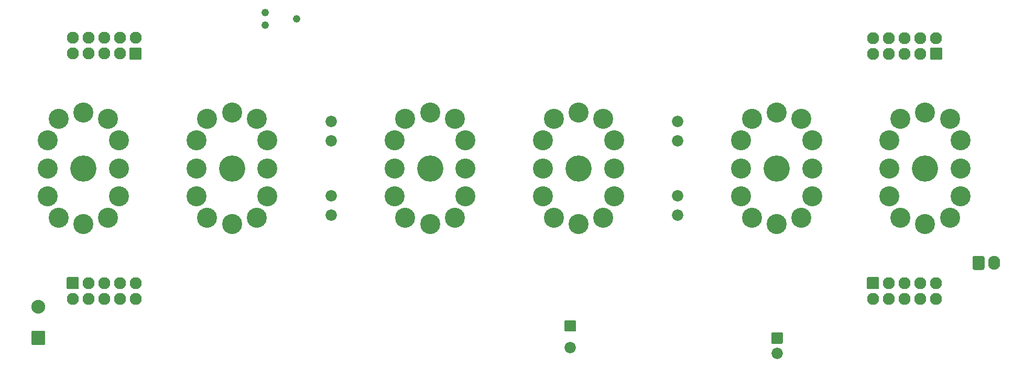
<source format=gbr>
G04 #@! TF.GenerationSoftware,KiCad,Pcbnew,(5.1.7)-1*
G04 #@! TF.CreationDate,2020-11-21T17:16:52+01:00*
G04 #@! TF.ProjectId,nixie_clock,6e697869-655f-4636-9c6f-636b2e6b6963,100A*
G04 #@! TF.SameCoordinates,Original*
G04 #@! TF.FileFunction,Soldermask,Top*
G04 #@! TF.FilePolarity,Negative*
%FSLAX46Y46*%
G04 Gerber Fmt 4.6, Leading zero omitted, Abs format (unit mm)*
G04 Created by KiCad (PCBNEW (5.1.7)-1) date 2020-11-21 17:16:52*
%MOMM*%
%LPD*%
G01*
G04 APERTURE LIST*
%ADD10C,2.240000*%
%ADD11O,1.940000X2.240000*%
%ADD12C,4.240000*%
%ADD13C,3.240000*%
%ADD14O,1.940000X1.940000*%
%ADD15C,1.230600*%
%ADD16C,1.840000*%
G04 APERTURE END LIST*
D10*
X85700000Y-82420000D03*
G36*
G01*
X86700000Y-88540000D02*
X84700000Y-88540000D01*
G75*
G02*
X84580000Y-88420000I0J120000D01*
G01*
X84580000Y-86420000D01*
G75*
G02*
X84700000Y-86300000I120000J0D01*
G01*
X86700000Y-86300000D01*
G75*
G02*
X86820000Y-86420000I0J-120000D01*
G01*
X86820000Y-88420000D01*
G75*
G02*
X86700000Y-88540000I-120000J0D01*
G01*
G37*
G36*
G01*
X236630000Y-76134706D02*
X236630000Y-74465294D01*
G75*
G02*
X236915294Y-74180000I285294J0D01*
G01*
X238284706Y-74180000D01*
G75*
G02*
X238570000Y-74465294I0J-285294D01*
G01*
X238570000Y-76134706D01*
G75*
G02*
X238284706Y-76420000I-285294J0D01*
G01*
X236915294Y-76420000D01*
G75*
G02*
X236630000Y-76134706I0J285294D01*
G01*
G37*
D11*
X240100000Y-75300000D03*
D12*
X116990000Y-59990000D03*
D13*
X116990000Y-68990000D03*
X120990000Y-67990000D03*
X122740000Y-59990000D03*
X122740000Y-55490000D03*
X120990000Y-51990000D03*
X116990000Y-50990000D03*
X112990000Y-51990000D03*
X111240000Y-55490000D03*
X111240000Y-59990000D03*
X111240000Y-64490000D03*
X112990000Y-67990000D03*
X122740000Y-64490000D03*
D14*
X220580000Y-38910000D03*
X220580000Y-41450000D03*
X223120000Y-38910000D03*
X223120000Y-41450000D03*
X225660000Y-38910000D03*
X225660000Y-41450000D03*
X228200000Y-38910000D03*
X228200000Y-41450000D03*
X230740000Y-38910000D03*
G36*
G01*
X229890000Y-40480000D02*
X231590000Y-40480000D01*
G75*
G02*
X231710000Y-40600000I0J-120000D01*
G01*
X231710000Y-42300000D01*
G75*
G02*
X231590000Y-42420000I-120000J0D01*
G01*
X229890000Y-42420000D01*
G75*
G02*
X229770000Y-42300000I0J120000D01*
G01*
X229770000Y-40600000D01*
G75*
G02*
X229890000Y-40480000I120000J0D01*
G01*
G37*
D12*
X92990000Y-59990000D03*
D13*
X92990000Y-68990000D03*
X96990000Y-67990000D03*
X98740000Y-59990000D03*
X98740000Y-55490000D03*
X96990000Y-51990000D03*
X92990000Y-50990000D03*
X88990000Y-51990000D03*
X87240000Y-55490000D03*
X87240000Y-59990000D03*
X87240000Y-64490000D03*
X88990000Y-67990000D03*
X98740000Y-64490000D03*
D15*
X127440000Y-35800000D03*
X122360000Y-36816000D03*
X122360000Y-34784000D03*
D14*
X91280000Y-38900000D03*
X91280000Y-41440000D03*
X93820000Y-38900000D03*
X93820000Y-41440000D03*
X96360000Y-38900000D03*
X96360000Y-41440000D03*
X98900000Y-38900000D03*
X98900000Y-41440000D03*
X101440000Y-38900000D03*
G36*
G01*
X100590000Y-40470000D02*
X102290000Y-40470000D01*
G75*
G02*
X102410000Y-40590000I0J-120000D01*
G01*
X102410000Y-42290000D01*
G75*
G02*
X102290000Y-42410000I-120000J0D01*
G01*
X100590000Y-42410000D01*
G75*
G02*
X100470000Y-42290000I0J120000D01*
G01*
X100470000Y-40590000D01*
G75*
G02*
X100590000Y-40470000I120000J0D01*
G01*
G37*
D16*
X171660000Y-88980000D03*
G36*
G01*
X170860000Y-84560000D02*
X172460000Y-84560000D01*
G75*
G02*
X172580000Y-84680000I0J-120000D01*
G01*
X172580000Y-86280000D01*
G75*
G02*
X172460000Y-86400000I-120000J0D01*
G01*
X170860000Y-86400000D01*
G75*
G02*
X170740000Y-86280000I0J120000D01*
G01*
X170740000Y-84680000D01*
G75*
G02*
X170860000Y-84560000I120000J0D01*
G01*
G37*
X205050000Y-89950000D03*
G36*
G01*
X204250000Y-86530000D02*
X205850000Y-86530000D01*
G75*
G02*
X205970000Y-86650000I0J-120000D01*
G01*
X205970000Y-88250000D01*
G75*
G02*
X205850000Y-88370000I-120000J0D01*
G01*
X204250000Y-88370000D01*
G75*
G02*
X204130000Y-88250000I0J120000D01*
G01*
X204130000Y-86650000D01*
G75*
G02*
X204250000Y-86530000I120000J0D01*
G01*
G37*
D14*
X101440000Y-81080000D03*
X101440000Y-78540000D03*
X98900000Y-81080000D03*
X98900000Y-78540000D03*
X96360000Y-81080000D03*
X96360000Y-78540000D03*
X93820000Y-81080000D03*
X93820000Y-78540000D03*
X91280000Y-81080000D03*
G36*
G01*
X92130000Y-79510000D02*
X90430000Y-79510000D01*
G75*
G02*
X90310000Y-79390000I0J120000D01*
G01*
X90310000Y-77690000D01*
G75*
G02*
X90430000Y-77570000I120000J0D01*
G01*
X92130000Y-77570000D01*
G75*
G02*
X92250000Y-77690000I0J-120000D01*
G01*
X92250000Y-79390000D01*
G75*
G02*
X92130000Y-79510000I-120000J0D01*
G01*
G37*
X230730000Y-81090000D03*
X230730000Y-78550000D03*
X228190000Y-81090000D03*
X228190000Y-78550000D03*
X225650000Y-81090000D03*
X225650000Y-78550000D03*
X223110000Y-81090000D03*
X223110000Y-78550000D03*
X220570000Y-81090000D03*
G36*
G01*
X221420000Y-79520000D02*
X219720000Y-79520000D01*
G75*
G02*
X219600000Y-79400000I0J120000D01*
G01*
X219600000Y-77700000D01*
G75*
G02*
X219720000Y-77580000I120000J0D01*
G01*
X221420000Y-77580000D01*
G75*
G02*
X221540000Y-77700000I0J-120000D01*
G01*
X221540000Y-79400000D01*
G75*
G02*
X221420000Y-79520000I-120000J0D01*
G01*
G37*
D12*
X204990000Y-59990000D03*
D13*
X204990000Y-68990000D03*
X208990000Y-67990000D03*
X210740000Y-59990000D03*
X210740000Y-55490000D03*
X208990000Y-51990000D03*
X204990000Y-50990000D03*
X200990000Y-51990000D03*
X199240000Y-55490000D03*
X199240000Y-59990000D03*
X199240000Y-64490000D03*
X200990000Y-67990000D03*
X210740000Y-64490000D03*
D12*
X148990000Y-59990000D03*
D13*
X148990000Y-68990000D03*
X152990000Y-67990000D03*
X154740000Y-59990000D03*
X154740000Y-55490000D03*
X152990000Y-51990000D03*
X148990000Y-50990000D03*
X144990000Y-51990000D03*
X143240000Y-55490000D03*
X143240000Y-59990000D03*
X143240000Y-64490000D03*
X144990000Y-67990000D03*
X154740000Y-64490000D03*
D16*
X188990000Y-52405040D03*
X188990000Y-55577500D03*
X188990000Y-64405040D03*
X188990000Y-67577500D03*
X132990000Y-52405040D03*
X132990000Y-55577500D03*
X132990000Y-64405040D03*
X132990000Y-67577500D03*
D12*
X228990000Y-59990000D03*
D13*
X228990000Y-68990000D03*
X232990000Y-67990000D03*
X234740000Y-59990000D03*
X234740000Y-55490000D03*
X232990000Y-51990000D03*
X228990000Y-50990000D03*
X224990000Y-51990000D03*
X223240000Y-55490000D03*
X223240000Y-59990000D03*
X223240000Y-64490000D03*
X224990000Y-67990000D03*
X234740000Y-64490000D03*
D12*
X172990000Y-59990000D03*
D13*
X172990000Y-68990000D03*
X176990000Y-67990000D03*
X178740000Y-59990000D03*
X178740000Y-55490000D03*
X176990000Y-51990000D03*
X172990000Y-50990000D03*
X168990000Y-51990000D03*
X167240000Y-55490000D03*
X167240000Y-59990000D03*
X167240000Y-64490000D03*
X168990000Y-67990000D03*
X178740000Y-64490000D03*
M02*

</source>
